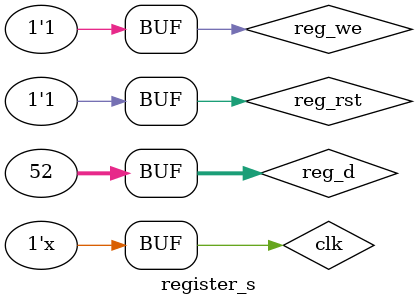
<source format=v>
`timescale 1ns / 1ps


module register_s(
    );
    reg clk;
    reg reg_rst;
    reg reg_we;
    reg [31:0] reg_d;
    wire [31:0]  reg_q_r;
   
    register_nbits dut(clk,reg_rst,reg_we,reg_d,reg_q_r);
    initial 
    begin
    clk = 0;
    reg_rst = 1;
    reg_we = 1; 
    end
    always 
    begin
        #3 clk = ~clk;
    end
    initial 
    begin
        #1 reg_d = 8'h00001234;
        #3 reg_rst = 0;
        #3 reg_rst = 1;
    end 
endmodule

</source>
